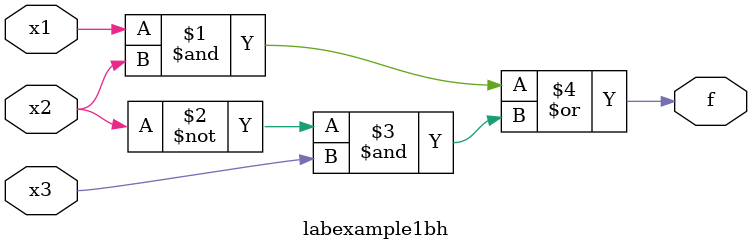
<source format=v>
module labexample1bh(x1,x2,x3,f);
    input x1,x2,x3;
    output f;
    assign f = (x1&x2)|(~x2&x3);
endmodule                                  

</source>
